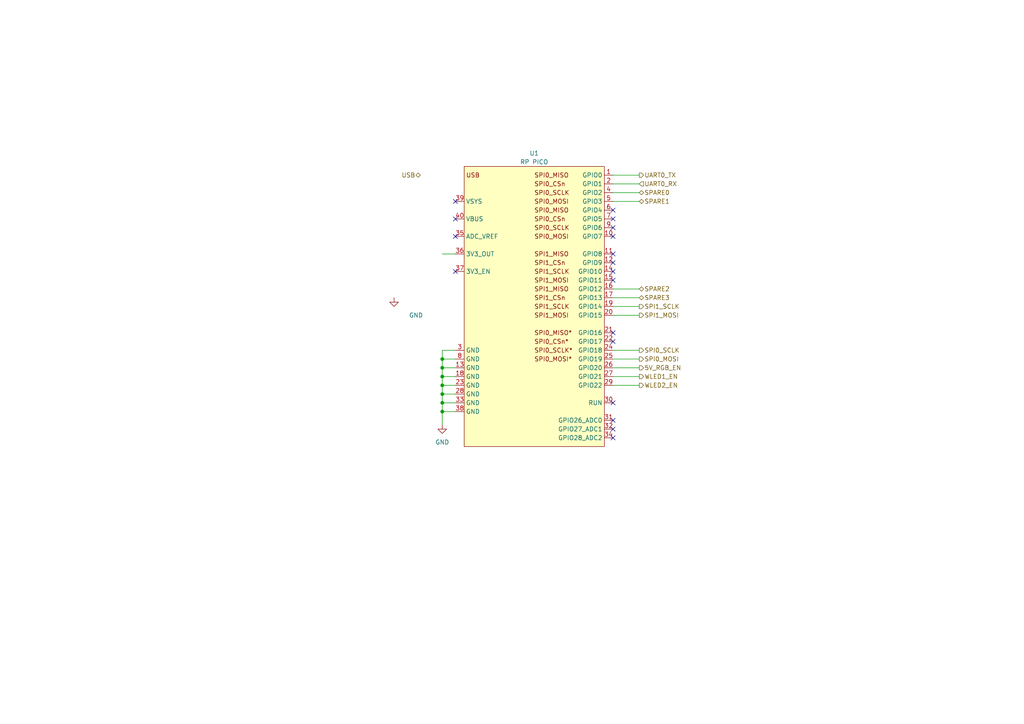
<source format=kicad_sch>
(kicad_sch (version 20230121) (generator eeschema)
  (paper "A4")
  (lib_symbols
    (symbol "power:GND" (power) (pin_names (offset 0))
      (property "Value" "GND" (at 0 -3.81 0))
      (symbol "GND_0_1"
        (polyline (pts (xy 0 0) (xy 0 -1.27) (xy 1.27 -1.27) (xy 0 -2.54) (xy -1.27 -1.27) (xy 0 -1.27)))
      )
      (symbol "GND_1_1"
        (pin power_in line (at 0 0 270) (length 0) hide (name "GND") (number "1"))
      )
    )
    (symbol "vomit_light:pi_pico"
      (property "Reference" "U" (at 17.78 -43.18 0))
      (property "Value" "RP PICO" (at -15.24 -43.18 0))
      (symbol "pi_pico_0_0"
        (pin unspecified line (at 22.86 20.32 180) (length 2.54) (name "GPIO7") (number "10"))
        (pin unspecified line (at 22.86 15.24 180) (length 2.54) (name "GPIO8") (number "11"))
        (pin unspecified line (at 22.86 12.7 180) (length 2.54) (name "GPIO9") (number "12"))
        (pin passive line (at -22.86 -17.78 0) (length 2.54) (name "GND") (number "13"))
        (pin unspecified line (at 22.86 10.16 180) (length 2.54) (name "GPIO10") (number "14"))
        (pin unspecified line (at 22.86 7.62 180) (length 2.54) (name "GPIO11") (number "15"))
        (pin unspecified line (at 22.86 5.08 180) (length 2.54) (name "GPIO12") (number "16"))
        (pin unspecified line (at 22.86 2.54 180) (length 2.54) (name "GPIO13") (number "17"))
        (pin passive line (at -22.86 -20.32 0) (length 2.54) (name "GND") (number "18"))
        (pin unspecified line (at 22.86 0 180) (length 2.54) (name "GPIO14") (number "19"))
        (pin unspecified line (at 22.86 35.56 180) (length 2.54) (name "GPIO1") (number "2"))
        (pin unspecified line (at 22.86 -2.54 180) (length 2.54) (name "GPIO15") (number "20"))
        (pin unspecified line (at 22.86 -7.62 180) (length 2.54) (name "GPIO16") (number "21"))
        (pin unspecified line (at 22.86 -10.16 180) (length 2.54) (name "GPIO17") (number "22"))
        (pin passive line (at -22.86 -22.86 0) (length 2.54) (name "GND") (number "23"))
        (pin unspecified line (at 22.86 -12.7 180) (length 2.54) (name "GPIO18") (number "24"))
        (pin unspecified line (at 22.86 -15.24 180) (length 2.54) (name "GPIO19") (number "25"))
        (pin unspecified line (at 22.86 -17.78 180) (length 2.54) (name "GPIO20") (number "26"))
        (pin unspecified line (at 22.86 -20.32 180) (length 2.54) (name "GPIO21") (number "27"))
        (pin passive line (at -22.86 -25.4 0) (length 2.54) (name "GND") (number "28"))
        (pin unspecified line (at 22.86 -22.86 180) (length 2.54) (name "GPIO22") (number "29"))
        (pin passive line (at -22.86 -12.7 0) (length 2.54) (name "GND") (number "3"))
        (pin unspecified line (at 22.86 -27.94 180) (length 2.54) (name "RUN") (number "30"))
        (pin passive line (at -22.86 -27.94 0) (length 2.54) (name "GND") (number "33"))
        (pin unspecified line (at -22.86 10.16 0) (length 2.54) (name "3V3_EN") (number "37"))
        (pin passive line (at -22.86 -30.48 0) (length 2.54) (name "GND") (number "38"))
        (pin unspecified line (at 22.86 33.02 180) (length 2.54) (name "GPIO2") (number "4"))
        (pin unspecified line (at 22.86 30.48 180) (length 2.54) (name "GPIO3") (number "5"))
        (pin unspecified line (at 22.86 27.94 180) (length 2.54) (name "GPIO4") (number "6"))
        (pin unspecified line (at 22.86 25.4 180) (length 2.54) (name "GPIO5") (number "7"))
        (pin passive line (at -22.86 -15.24 0) (length 2.54) (name "GND") (number "8"))
        (pin unspecified line (at 22.86 22.86 180) (length 2.54) (name "GPIO6") (number "9"))
      )
      (symbol "pi_pico_1_0"
        (pin unspecified line (at 22.86 38.1 180) (length 2.54) (name "GPIO0") (number "1"))
        (pin unspecified line (at 22.86 -33.02 180) (length 2.54) (name "GPIO26_ADC0") (number "31"))
        (pin unspecified line (at 22.86 -35.56 180) (length 2.54) (name "GPIO27_ADC1") (number "32"))
        (pin unspecified line (at 22.86 -38.1 180) (length 2.54) (name "GPIO28_ADC2") (number "34"))
        (pin input line (at -22.86 20.32 0) (length 2.54) (name "ADC_VREF") (number "35"))
        (pin power_out line (at -22.86 15.24 0) (length 2.54) (name "3V3_OUT") (number "36"))
        (pin power_in line (at -22.86 30.48 0) (length 2.54) (name "VSYS") (number "39"))
        (pin power_out line (at -22.86 25.4 0) (length 2.54) (name "VBUS") (number "40"))
      )
      (symbol "pi_pico_1_1"
        (rectangle (start -20.32 40.64) (end 20.32 -40.64) (fill (type background)))
        (text "SPI0_CSn" (at 0 25.4 0) (effects (font (size 1.27 1.27)) (justify left)))
        (text "SPI0_CSn" (at 0 35.56 0) (effects (font (size 1.27 1.27)) (justify left)))
        (text "SPI0_CSn*" (at 0 -10.16 0) (effects (font (size 1.27 1.27)) (justify left)))
        (text "SPI0_MISO" (at 0 27.94 0) (effects (font (size 1.27 1.27)) (justify left)))
        (text "SPI0_MISO" (at 0 38.1 0) (effects (font (size 1.27 1.27)) (justify left)))
        (text "SPI0_MISO*" (at 0 -7.62 0) (effects (font (size 1.27 1.27)) (justify left)))
        (text "SPI0_MOSI" (at 0 20.32 0) (effects (font (size 1.27 1.27)) (justify left)))
        (text "SPI0_MOSI" (at 0 30.48 0) (effects (font (size 1.27 1.27)) (justify left)))
        (text "SPI0_MOSI*" (at 0 -15.24 0) (effects (font (size 1.27 1.27)) (justify left)))
        (text "SPI0_SCLK" (at 0 22.86 0) (effects (font (size 1.27 1.27)) (justify left)))
        (text "SPI0_SCLK" (at 0 33.02 0) (effects (font (size 1.27 1.27)) (justify left)))
        (text "SPI0_SCLK*" (at 0 -12.7 0) (effects (font (size 1.27 1.27)) (justify left)))
        (text "SPI1_CSn" (at 0 2.54 0) (effects (font (size 1.27 1.27)) (justify left)))
        (text "SPI1_CSn" (at 0 12.7 0) (effects (font (size 1.27 1.27)) (justify left)))
        (text "SPI1_MISO" (at 0 5.08 0) (effects (font (size 1.27 1.27)) (justify left)))
        (text "SPI1_MISO" (at 0 15.24 0) (effects (font (size 1.27 1.27)) (justify left)))
        (text "SPI1_MOSI" (at 0 -2.54 0) (effects (font (size 1.27 1.27)) (justify left)))
        (text "SPI1_MOSI" (at 0 7.62 0) (effects (font (size 1.27 1.27)) (justify left)))
        (text "SPI1_SCLK" (at 0 0 0) (effects (font (size 1.27 1.27)) (justify left)))
        (text "SPI1_SCLK" (at 0 10.16 0) (effects (font (size 1.27 1.27)) (justify left)))
        (text "USB" (at -17.78 38.1 0) (effects (font (size 1.27 1.27))))
      )
    )
  )
  (junction (at 128.27 119.38))
  (junction (at 128.27 109.22))
  (junction (at 128.27 106.68))
  (junction (at 128.27 104.14))
  (junction (at 128.27 114.3))
  (junction (at 128.27 116.84))
  (junction (at 128.27 111.76))
  (no_connect (at 177.8 68.58))
  (no_connect (at 132.08 68.58))
  (no_connect (at 177.8 127))
  (no_connect (at 177.8 66.04))
  (no_connect (at 177.8 99.06))
  (no_connect (at 132.08 63.5))
  (no_connect (at 177.8 124.46))
  (no_connect (at 132.08 78.74))
  (no_connect (at 177.8 81.28))
  (no_connect (at 177.8 73.66))
  (no_connect (at 177.8 76.2))
  (no_connect (at 177.8 121.92))
  (no_connect (at 177.8 60.96))
  (no_connect (at 177.8 116.84))
  (no_connect (at 132.08 58.42))
  (no_connect (at 177.8 78.74))
  (no_connect (at 177.8 96.52))
  (no_connect (at 177.8 63.5))
  (wire (pts (xy 177.8 88.9) (xy 185.42 88.9)))
  (wire (pts (xy 128.27 104.14) (xy 128.27 106.68)))
  (wire (pts (xy 177.8 53.34) (xy 185.42 53.34)))
  (wire (pts (xy 128.27 101.6) (xy 128.27 104.14)))
  (wire (pts (xy 177.8 50.8) (xy 185.42 50.8)))
  (wire (pts (xy 132.08 101.6) (xy 128.27 101.6)))
  (wire (pts (xy 128.27 73.66) (xy 132.08 73.66)))
  (wire (pts (xy 128.27 106.68) (xy 132.08 106.68)))
  (wire (pts (xy 128.27 111.76) (xy 132.08 111.76)))
  (wire (pts (xy 128.27 116.84) (xy 128.27 119.38)))
  (wire (pts (xy 177.8 111.76) (xy 185.42 111.76)))
  (wire (pts (xy 128.27 114.3) (xy 132.08 114.3)))
  (wire (pts (xy 177.8 91.44) (xy 185.42 91.44)))
  (wire (pts (xy 128.27 116.84) (xy 132.08 116.84)))
  (wire (pts (xy 128.27 106.68) (xy 128.27 109.22)))
  (wire (pts (xy 177.8 109.22) (xy 185.42 109.22)))
  (wire (pts (xy 128.27 111.76) (xy 128.27 114.3)))
  (wire (pts (xy 128.27 114.3) (xy 128.27 116.84)))
  (wire (pts (xy 177.8 86.36) (xy 185.42 86.36)))
  (wire (pts (xy 132.08 119.38) (xy 128.27 119.38)))
  (wire (pts (xy 128.27 109.22) (xy 128.27 111.76)))
  (wire (pts (xy 185.42 104.14) (xy 177.8 104.14)))
  (wire (pts (xy 128.27 119.38) (xy 128.27 123.19)))
  (wire (pts (xy 128.27 109.22) (xy 132.08 109.22)))
  (wire (pts (xy 177.8 106.68) (xy 185.42 106.68)))
  (wire (pts (xy 177.8 101.6) (xy 185.42 101.6)))
  (wire (pts (xy 177.8 55.88) (xy 185.42 55.88)))
  (wire (pts (xy 128.27 104.14) (xy 132.08 104.14)))
  (wire (pts (xy 177.8 58.42) (xy 185.42 58.42)))
  (wire (pts (xy 177.8 83.82) (xy 185.42 83.82)))
  (hierarchical_label "WLED2_EN" (shape output) (at 185.42 111.76 0))
  (hierarchical_label "WLED1_EN" (shape output) (at 185.42 109.22 0))
  (hierarchical_label "5V_RGB_EN" (shape output) (at 185.42 106.68 0))
  (hierarchical_label "SPARE1" (shape bidirectional) (at 185.42 58.42 0))
  (hierarchical_label "SPI1_MOSI" (shape output) (at 185.42 91.44 0))
  (hierarchical_label "SPARE3" (shape bidirectional) (at 185.42 86.36 0))
  (hierarchical_label "USB" (shape bidirectional) (at 121.92 50.8 180))
  (hierarchical_label "SPI1_SCLK" (shape output) (at 185.42 88.9 0))
  (hierarchical_label "SPI0_SCLK" (shape output) (at 185.42 101.6 0))
  (hierarchical_label "SPARE0" (shape bidirectional) (at 185.42 55.88 0))
  (hierarchical_label "SPI0_MOSI" (shape output) (at 185.42 104.14 0))
  (hierarchical_label "UART0_TX" (shape output) (at 185.42 50.8 0))
  (hierarchical_label "UART0_RX" (shape input) (at 185.42 53.34 0))
  (hierarchical_label "SPARE2" (shape bidirectional) (at 185.42 83.82 0))
  (symbol (lib_id "power:GND") (at 128.27 123.19 0) (unit 1)
    (property "Reference" "#PWR022" (effects hide))
    (property "Value" "GND" (at 128.27 128.27 0))
    (instances (project "vomit_light_v2" (path "" (reference "#PWR022") (unit 1)) (path "" (reference "#PWR023") (unit 1))))
  )
  (symbol (lib_id "vomit_light:pi_pico") (at 154.94 88.9 0) (unit 1)
    (property "Reference" "U1" (at 154.94 44.45 0))
    (property "Value" "RP PICO" (at 154.94 46.99 0))
  )
  (symbol (lib_id "power:GND") (at 114.3 86.36 0) (unit 1)
    (property "Reference" "#PWR023" (effects hide))
    (property "Value" "GND" (at 120.65 91.44 0))
    (instances (project "vomit_light_v2" (path "" (reference "#PWR023") (unit 1)) (path "" (reference "#PWR022") (unit 1))))
  )
)
</source>
